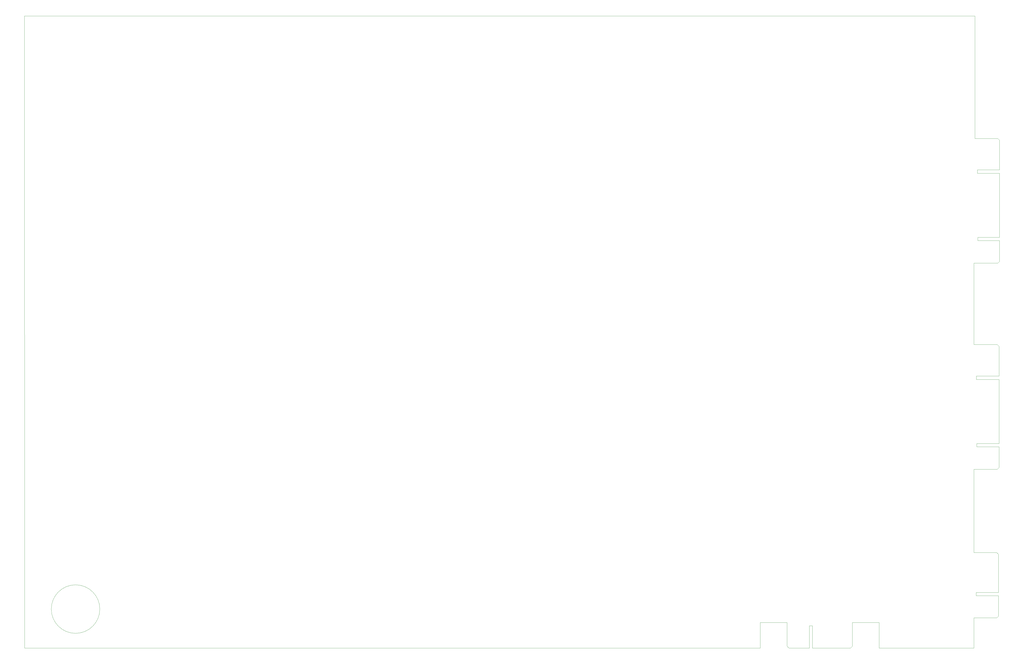
<source format=gbr>
G04 #@! TF.GenerationSoftware,KiCad,Pcbnew,9.0.3-unknown-202507311736~b5c2ed30be~ubuntu24.04.1*
G04 #@! TF.CreationDate,2025-08-04T14:24:47+01:00*
G04 #@! TF.ProjectId,Commodore PET Universal Dynamic,436f6d6d-6f64-46f7-9265-205045542055,REV A*
G04 #@! TF.SameCoordinates,Original*
G04 #@! TF.FileFunction,Profile,NP*
%FSLAX46Y46*%
G04 Gerber Fmt 4.6, Leading zero omitted, Abs format (unit mm)*
G04 Created by KiCad (PCBNEW 9.0.3-unknown-202507311736~b5c2ed30be~ubuntu24.04.1) date 2025-08-04 14:24:47*
%MOMM*%
%LPD*%
G01*
G04 APERTURE LIST*
G04 #@! TA.AperFunction,Profile*
%ADD10C,0.050000*%
G04 #@! TD*
G04 #@! TA.AperFunction,Profile*
%ADD11C,0.100000*%
G04 #@! TD*
G04 APERTURE END LIST*
D10*
X86279000Y-325624200D02*
X86253600Y-63956600D01*
X387442800Y-325558000D02*
X86279000Y-325624200D01*
X478963000Y-166242400D02*
X478963000Y-199964200D01*
D11*
X117440232Y-309460231D02*
G75*
G02*
X97359768Y-309460231I-10040232J0D01*
G01*
X97359768Y-309460231D02*
G75*
G02*
X117440232Y-309460231I10040232J0D01*
G01*
D10*
X479451950Y-63956600D02*
X479451950Y-114642400D01*
X479451950Y-166242400D02*
X478963000Y-166242400D01*
X86253600Y-63956600D02*
X479451950Y-63956600D01*
X479000000Y-325600000D02*
X443348400Y-325558000D01*
X478999000Y-313077600D02*
X479000000Y-325600000D01*
X478963000Y-251580200D02*
X478999000Y-286077600D01*
G04 #@! TO.C,J1*
X479451950Y-166242400D02*
X488909950Y-166242400D01*
X480467950Y-127642400D02*
X489611950Y-127642400D01*
X480467950Y-129042400D02*
X480467950Y-127642400D01*
X480620350Y-155542400D02*
X489611950Y-155542400D01*
X480620350Y-156942400D02*
X480620350Y-155542400D01*
X480620350Y-156942400D02*
X489611950Y-156942400D01*
X488899950Y-114652400D02*
X479451950Y-114642400D01*
X489609950Y-115382400D02*
X488899950Y-114652400D01*
X489609950Y-165552400D02*
X488909950Y-166242400D01*
X489609950Y-165552400D02*
X489611950Y-156942400D01*
X489611950Y-127642400D02*
X489609950Y-115382400D01*
X489611950Y-129042400D02*
X480467950Y-129042400D01*
X489611950Y-155542400D02*
X489611950Y-129042400D01*
G04 #@! TO.C,J2*
X478963000Y-251580200D02*
X488621000Y-251580200D01*
X479979000Y-212980200D02*
X489377000Y-212980200D01*
X479979000Y-214380200D02*
X479979000Y-212980200D01*
X480131400Y-240880200D02*
X489377000Y-240880200D01*
X480131400Y-242280200D02*
X480131400Y-240880200D01*
X480131400Y-242280200D02*
X489377000Y-242280200D01*
X488671000Y-199980200D02*
X478963000Y-199964200D01*
X489371000Y-200680200D02*
X488671000Y-199980200D01*
X489371000Y-250830200D02*
X488621000Y-251580200D01*
X489371000Y-250830200D02*
X489377000Y-242280200D01*
X489377000Y-212980200D02*
X489371000Y-200680200D01*
X489377000Y-214380200D02*
X479979000Y-214380200D01*
X489377000Y-240880200D02*
X489377000Y-214380200D01*
G04 #@! TO.C,J3*
X478999000Y-286077600D02*
X488455000Y-286073600D01*
X478999000Y-313077600D02*
X488455000Y-313073600D01*
X479943600Y-302577600D02*
X479943600Y-303877600D01*
X479943600Y-302577600D02*
X489144800Y-302577600D01*
X479943600Y-303877600D02*
X489144800Y-303877600D01*
X489144800Y-302577600D02*
X489145000Y-286783600D01*
X489145000Y-286783600D02*
X488455000Y-286073600D01*
X489145000Y-312383600D02*
X488455000Y-313073600D01*
X489145000Y-312383600D02*
X489144800Y-303877600D01*
G04 #@! TO.C,J6*
X387442800Y-325558000D02*
X390592400Y-325558000D01*
X390592400Y-315036000D02*
X390592400Y-325558000D01*
X390592400Y-315036000D02*
X401692400Y-315036000D01*
X401692400Y-315036000D02*
X401695000Y-324783000D01*
X402470000Y-325558000D02*
X401695000Y-324783000D01*
X402470000Y-325558000D02*
X410892400Y-325558000D01*
X410892400Y-316356800D02*
X410892400Y-325558000D01*
X412192400Y-316356800D02*
X410892400Y-316356800D01*
X412192400Y-316356800D02*
X412192400Y-325558000D01*
X412192400Y-325558000D02*
X427945000Y-325558000D01*
X427945000Y-325558000D02*
X428695000Y-324808000D01*
X428692400Y-315036000D02*
X428695000Y-324808000D01*
X428692400Y-315036000D02*
X439792400Y-315036000D01*
X439792400Y-315036000D02*
X439792400Y-325558000D01*
X439792400Y-325558000D02*
X443348400Y-325558000D01*
G04 #@! TD*
M02*

</source>
